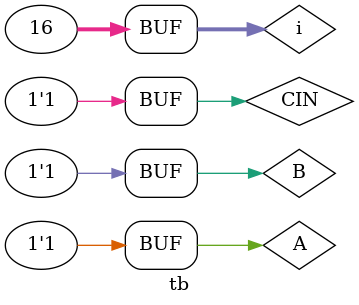
<source format=v>
module full_adder (output sum, cout,
                   input a, b, cin);
  
  assign {cout, sum} = a+b+cin;
  
endmodule

//testbench
module tb;
  reg A,B,CIN;
  wire SUM,COUT;
  integer i;
  
  full_adder u1 (.a(A), .b(B), .cin(CIN), .sum(SUM), .cout(COUT));
  
  initial 
    begin
      
      A <= 1'b0;
      B <= 1'b0;
      CIN <= 1'b0;
      
      $monitor ("a=%b, b=%b, cin=%b, sum =%b, cout =%b", A,B,CIN,SUM,COUT);
      
      for (i=0; i<16; i=i+1)
        begin
          {CIN, A, B} = i;
          #10;
        end
      
    end
endmodule

</source>
